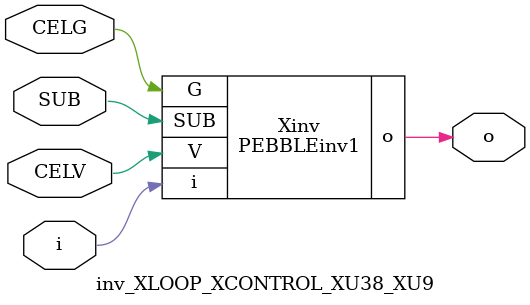
<source format=v>



module PEBBLEinv1 ( o, G, SUB, V, i );

  input V;
  input i;
  input G;
  output o;
  input SUB;
endmodule

//Celera Confidential Do Not Copy inv_XLOOP_XCONTROL_XU38_XU9
//Celera Confidential Symbol Generator
//5V Inverter
module inv_XLOOP_XCONTROL_XU38_XU9 (CELV,CELG,i,o,SUB);
input CELV;
input CELG;
input i;
input SUB;
output o;

//Celera Confidential Do Not Copy inv
PEBBLEinv1 Xinv(
.V (CELV),
.i (i),
.o (o),
.SUB (SUB),
.G (CELG)
);
//,diesize,PEBBLEinv1

//Celera Confidential Do Not Copy Module End
//Celera Schematic Generator
endmodule

</source>
